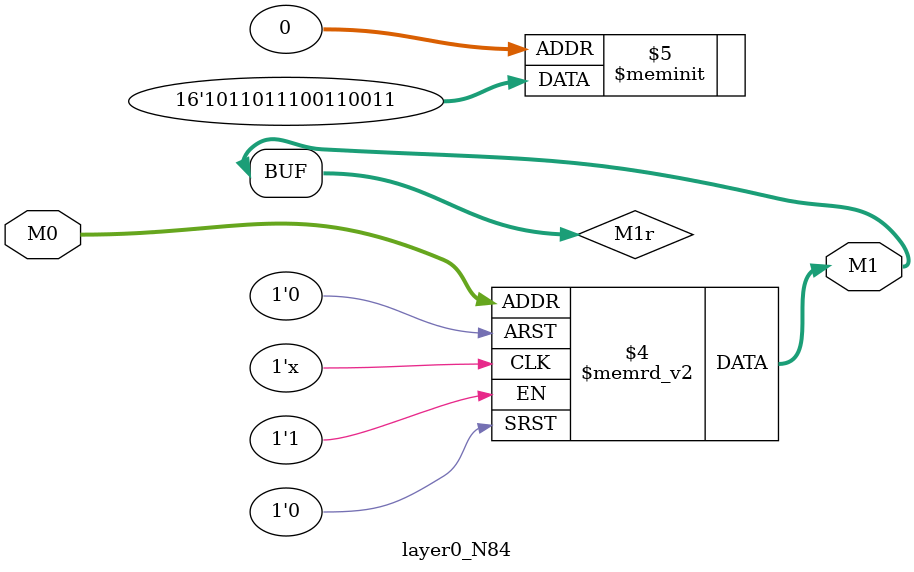
<source format=v>
module layer0_N84 ( input [2:0] M0, output [1:0] M1 );

	(*rom_style = "distributed" *) reg [1:0] M1r;
	assign M1 = M1r;
	always @ (M0) begin
		case (M0)
			3'b000: M1r = 2'b11;
			3'b100: M1r = 2'b11;
			3'b010: M1r = 2'b11;
			3'b110: M1r = 2'b11;
			3'b001: M1r = 2'b00;
			3'b101: M1r = 2'b01;
			3'b011: M1r = 2'b00;
			3'b111: M1r = 2'b10;

		endcase
	end
endmodule

</source>
